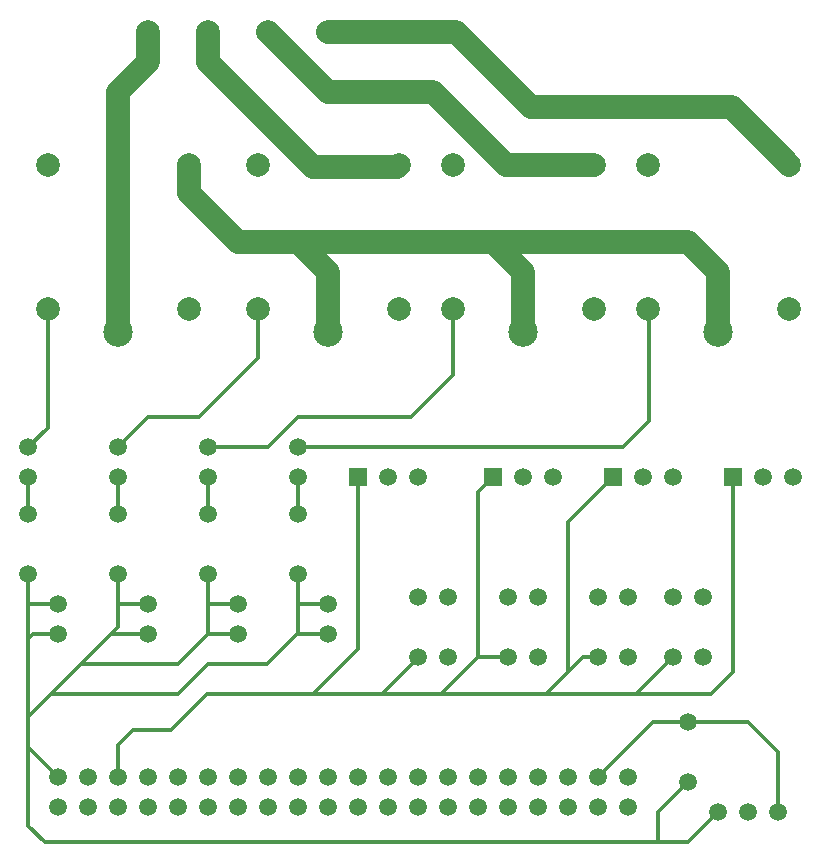
<source format=gtl>
G04 DipTrace 3.1.0.1*
G04 Controller.GTL*
%MOMM*%
G04 #@! TF.FileFunction,Copper,L1,Top*
G04 #@! TF.Part,Single*
G04 #@! TA.AperFunction,ComponentPad*
%ADD13C,2.0*%
G04 #@! TA.AperFunction,Conductor*
%ADD14C,0.33*%
G04 #@! TA.AperFunction,ComponentPad*
%ADD16C,2.5*%
%ADD17C,1.5*%
%ADD18R,1.5X1.5*%
%FSLAX35Y35*%
G04*
G71*
G90*
G75*
G01*
G04 Top*
%LPD*%
X2457667Y8045667D2*
D13*
Y7791667D1*
X2203667Y7537667D1*
Y5505667D1*
X2803667Y6925667D2*
Y6683667D1*
X3219667Y6267667D1*
X3727667D1*
X3981667Y6013667D1*
Y5505667D1*
X3727667Y6267667D2*
X5378667D1*
X5632667Y6013667D1*
Y5505667D1*
X5378667Y6267667D2*
X7029667D1*
X7283667Y6013667D1*
Y5505667D1*
X2965667Y8045667D2*
Y7791667D1*
X3854667Y6902667D1*
X4558667D1*
X4581667Y6925667D1*
X6232667D2*
X5482667D1*
X4870667Y7537667D1*
X3981667D1*
X3473667Y8045667D1*
X3981667D2*
X5061167D1*
X5696167Y7410667D1*
X7398667D1*
X7883667Y6925667D1*
X1603667Y5705667D2*
D14*
Y4699290D1*
X1441667Y4537290D1*
Y4283293D2*
Y3965793D1*
Y3457793D2*
Y3203793D1*
Y2912033D1*
Y2249390D1*
Y1997293D1*
X1695667Y1743293D1*
Y3203793D2*
X1441667D1*
X1695667Y2949790D2*
X1479423D1*
X1441667Y2912033D1*
X2203667Y3457793D2*
Y3210030D1*
Y3011387D1*
X2142070Y2949790D1*
X1888070Y2695790D1*
X1634073Y2441793D1*
X1634070D1*
X1441667Y2249390D1*
X2457667Y3203793D2*
Y3210030D1*
X2203667D1*
X2457667Y2949790D2*
X2142070D1*
X2965667Y3457793D2*
Y3203793D1*
Y2949790D1*
X3219667D1*
X2965667D2*
X2711667Y2695790D1*
X1888070D1*
X3219667Y3203793D2*
X2965667D1*
X3727667Y3457793D2*
Y3203793D1*
Y2949790D1*
X3981667D1*
X3727667D2*
X3711790D1*
X3457790Y2695790D1*
X2965663D1*
X2711667Y2441793D1*
X1634073D1*
X3981667Y3203793D2*
X3727667D1*
X7283667Y1441667D2*
X7029667Y1187667D1*
X6775667D1*
X1584543D1*
X1441667Y1330543D1*
Y1997293D1*
X7029667Y1695667D2*
X6775667Y1441667D1*
Y1187667D1*
X3381667Y5705667D2*
Y5286667D1*
X2886293Y4791293D1*
X2457670D1*
X2203667Y4537290D1*
Y4283293D2*
Y3965793D1*
X5032667Y5705667D2*
Y5143793D1*
X4680167Y4791293D1*
X3727670D1*
X3473667Y4537290D1*
X2965667D1*
X3727667D2*
X6474040D1*
X6696290Y4759540D1*
Y5696167D1*
X6674167D1*
X6683667Y5705667D1*
X2965667Y4283293D2*
Y3965793D1*
X3727667Y4283293D2*
Y3965793D1*
X7029667Y2203667D2*
X6728040D1*
X6267667Y1743293D1*
X7791667Y1441667D2*
Y1949667D1*
X7537667Y2203667D1*
X7029667D1*
X4235667Y4283293D2*
Y2822790D1*
X3854670Y2441793D1*
X4437337D1*
X4934167D1*
X5251663Y2759290D1*
X5505667D1*
X6394667Y4283293D2*
X6013667Y3902293D1*
Y2632293D1*
X5823167Y2441793D1*
X4934167D1*
X6267667Y2759290D2*
X6140663D1*
X6013667Y2632293D1*
X6902667Y2759290D2*
X6585170Y2441793D1*
X5823167D1*
X7410667Y4283293D2*
Y2632293D1*
X7220167Y2441793D1*
X6585170D1*
X5251663Y2759290D2*
Y4156290D1*
X5378667Y4283293D1*
X3854670Y2441793D2*
X2949793D1*
X2648167Y2140167D1*
X2330667D1*
X2203667Y2013167D1*
Y1743293D1*
X4743667Y2759290D2*
Y2748123D1*
X4437337Y2441793D1*
D16*
X2203667Y5505667D3*
D13*
X1603667Y5705667D3*
X2803667D3*
X1603667Y6925667D3*
X2803667D3*
X2457667Y8045667D3*
X2965667D3*
X3473667D3*
X3981667D3*
D17*
X1695667Y1743293D3*
X1949667D3*
X2203667D3*
X2457667D3*
X2711667D3*
X2965667D3*
X3219667D3*
X3473667D3*
X3727667D3*
X3981667D3*
X4235667D3*
X4489667D3*
X4743667D3*
X4997667D3*
X5251667D3*
X5505667D3*
X5759667D3*
X6013667D3*
X6267667D3*
X6521667D3*
X1695667Y1489290D3*
X1949667D3*
X2457667D3*
X2203667D3*
X2711667D3*
X2965667D3*
X3219667D3*
X3473667D3*
X3727667D3*
X3981667D3*
X4235667D3*
X4489667D3*
X4743667D3*
X4997667D3*
X5251667D3*
X5505667D3*
X5759667D3*
X6013667D3*
X6267667D3*
X6521667D3*
X1441667Y4537290D3*
Y4283293D3*
Y3965793D3*
Y3457793D3*
X1695667Y3203793D3*
Y2949790D3*
X4743667Y4283293D3*
X4489667D3*
D18*
X4235667D3*
D17*
X2203667Y4537290D3*
Y4283293D3*
Y3965793D3*
Y3457793D3*
X2457667Y3203793D3*
Y2949790D3*
X2965667Y4537290D3*
Y4283293D3*
Y3965793D3*
Y3457793D3*
X3219667Y3203793D3*
Y2949790D3*
X3727667Y4537290D3*
Y4283293D3*
Y3965793D3*
Y3457793D3*
X3981667Y3203793D3*
Y2949790D3*
X4743667Y3267293D3*
Y2759290D3*
X4997667Y3267293D3*
Y2759290D3*
X5886667Y4283293D3*
X5632667D3*
D18*
X5378667D3*
D17*
X5505667Y3267293D3*
X5759667D3*
X5505667Y2759290D3*
X5759667D3*
X6902667Y4283293D3*
X6648667D3*
D18*
X6394667D3*
D17*
X7918667D3*
X7664667D3*
D18*
X7410667D3*
D17*
X6267667Y3267293D3*
X6521667D3*
X6267667Y2759290D3*
X6521667D3*
X6902667Y3267293D3*
X7156667D3*
X6902667Y2759290D3*
X7156667D3*
X7791667Y1441667D3*
X7537667D3*
X7029667Y2203667D3*
Y1695667D3*
X7283667Y1441667D3*
D16*
X3981667Y5505667D3*
D13*
X3381667Y5705667D3*
X4581667D3*
X3381667Y6925667D3*
X4581667D3*
D16*
X5632667Y5505667D3*
D13*
X5032667Y5705667D3*
X6232667D3*
X5032667Y6925667D3*
X6232667D3*
D16*
X7283667Y5505667D3*
D13*
X6683667Y5705667D3*
X7883667D3*
X6683667Y6925667D3*
X7883667D3*
M02*

</source>
